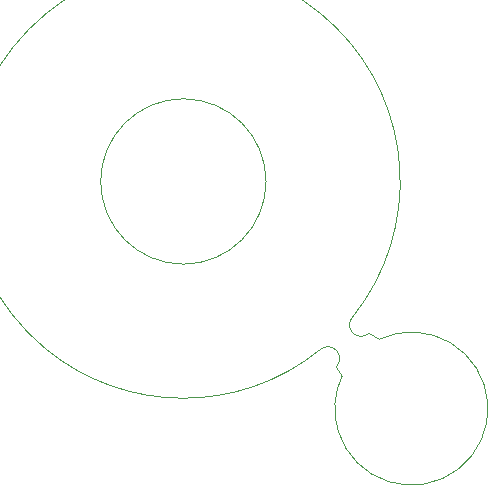
<source format=gbr>
%TF.GenerationSoftware,KiCad,Pcbnew,7.0.2-0*%
%TF.CreationDate,2023-08-13T19:41:18+08:00*%
%TF.ProjectId,Wheel,57686565-6c2e-46b6-9963-61645f706362,rev?*%
%TF.SameCoordinates,Original*%
%TF.FileFunction,Profile,NP*%
%FSLAX46Y46*%
G04 Gerber Fmt 4.6, Leading zero omitted, Abs format (unit mm)*
G04 Created by KiCad (PCBNEW 7.0.2-0) date 2023-08-13 19:41:18*
%MOMM*%
%LPD*%
G01*
G04 APERTURE LIST*
%TA.AperFunction,Profile*%
%ADD10C,0.100000*%
%TD*%
%TA.AperFunction,Profile*%
%ADD11C,0.120000*%
%TD*%
G04 APERTURE END LIST*
D10*
X212187804Y-115994805D02*
G75*
G03*
X210773595Y-114580595I-707104J707105D01*
G01*
X187569265Y-114460304D02*
G75*
G03*
X210773595Y-114580595I11675875J14158674D01*
G01*
X184772989Y-111586644D02*
G75*
G03*
X187569252Y-114460319I14472111J11284944D01*
G01*
X212681882Y-116772203D02*
G75*
G03*
X212364586Y-121474886I5869918J-2758097D01*
G01*
X187602699Y-86103512D02*
G75*
G03*
X184793559Y-88975338I11642501J-14198188D01*
G01*
X216607517Y-125716602D02*
G75*
G03*
X215794053Y-113661357I1944253J6186262D01*
G01*
X184793559Y-88975338D02*
G75*
G03*
X184772988Y-111586645I14453901J-11318812D01*
G01*
X213599815Y-111750399D02*
G75*
G03*
X214983362Y-113137227I690985J-694201D01*
G01*
X212365498Y-121474599D02*
G75*
G03*
X216607515Y-125716607I6186302J1944299D01*
G01*
X213599881Y-111750462D02*
G75*
G03*
X187602702Y-86103515I-14354781J11448762D01*
G01*
X214983363Y-113137228D02*
X215794053Y-113661357D01*
X212187808Y-115994809D02*
X212682783Y-116772626D01*
D11*
%TO.C,J2*%
X206245124Y-100301662D02*
G75*
G03*
X206245124Y-100301662I-7000000J0D01*
G01*
%TD*%
M02*

</source>
